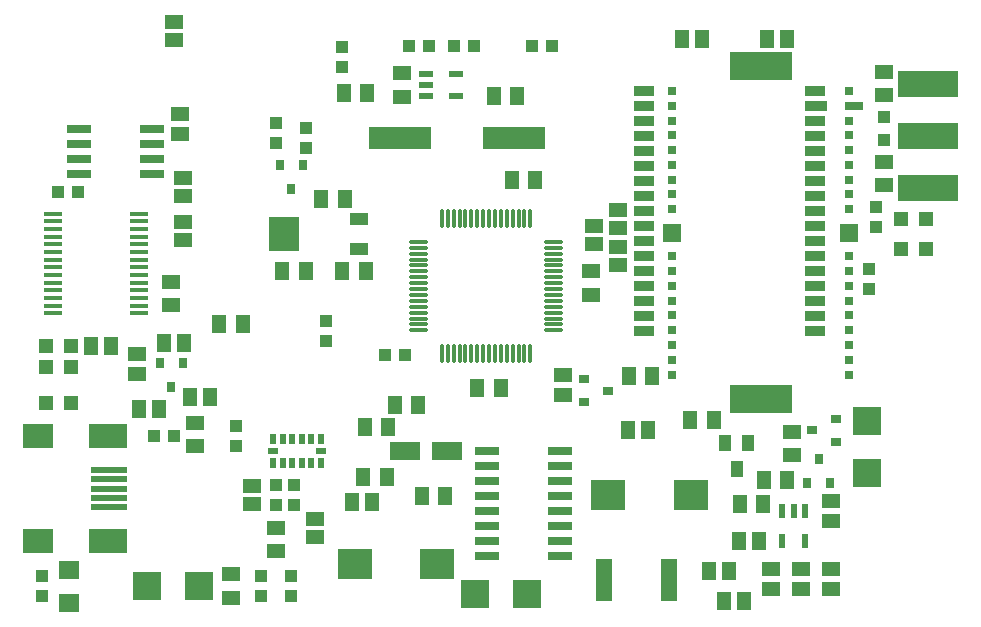
<source format=gtp>
G75*
G70*
%OFA0B0*%
%FSLAX24Y24*%
%IPPOS*%
%LPD*%
%AMOC8*
5,1,8,0,0,1.08239X$1,22.5*
%
%ADD10C,0.0118*%
%ADD11R,0.0945X0.0945*%
%ADD12R,0.0550X0.1400*%
%ADD13R,0.0512X0.0630*%
%ADD14R,0.0660X0.0320*%
%ADD15R,0.0760X0.0320*%
%ADD16R,0.0472X0.0472*%
%ADD17R,0.0630X0.0460*%
%ADD18R,0.0630X0.0512*%
%ADD19R,0.0433X0.0394*%
%ADD20R,0.0394X0.0394*%
%ADD21R,0.0512X0.0591*%
%ADD22R,0.0394X0.0433*%
%ADD23R,0.0472X0.0217*%
%ADD24R,0.0315X0.0315*%
%ADD25R,0.0591X0.0591*%
%ADD26R,0.0630X0.0315*%
%ADD27R,0.2087X0.0945*%
%ADD28R,0.0310X0.0350*%
%ADD29R,0.0709X0.0630*%
%ADD30R,0.0591X0.0157*%
%ADD31R,0.0591X0.0512*%
%ADD32R,0.0984X0.0787*%
%ADD33R,0.1299X0.0787*%
%ADD34R,0.1220X0.0197*%
%ADD35R,0.0800X0.0260*%
%ADD36R,0.0217X0.0472*%
%ADD37R,0.0350X0.0310*%
%ADD38R,0.2000X0.0900*%
%ADD39R,0.0394X0.0551*%
%ADD40R,0.1181X0.0984*%
%ADD41R,0.1024X0.0630*%
%ADD42R,0.0630X0.0394*%
%ADD43R,0.0984X0.1181*%
%ADD44R,0.2100X0.0760*%
%ADD45R,0.0236X0.0354*%
%ADD46R,0.0354X0.0236*%
D10*
X017794Y010965D02*
X017794Y011457D01*
X017991Y011457D02*
X017991Y010965D01*
X018188Y010965D02*
X018188Y011457D01*
X018385Y011457D02*
X018385Y010965D01*
X018582Y010965D02*
X018582Y011457D01*
X018778Y011457D02*
X018778Y010965D01*
X018975Y010965D02*
X018975Y011457D01*
X019172Y011457D02*
X019172Y010965D01*
X019369Y010965D02*
X019369Y011457D01*
X019566Y011457D02*
X019566Y010965D01*
X019763Y010965D02*
X019763Y011457D01*
X019960Y011457D02*
X019960Y010965D01*
X020156Y010965D02*
X020156Y011457D01*
X020353Y011457D02*
X020353Y010965D01*
X020550Y010965D02*
X020550Y011457D01*
X020747Y011457D02*
X020747Y010965D01*
X021269Y011979D02*
X021761Y011979D01*
X021761Y012176D02*
X021269Y012176D01*
X021269Y012373D02*
X021761Y012373D01*
X021761Y012570D02*
X021269Y012570D01*
X021269Y012766D02*
X021761Y012766D01*
X021761Y012963D02*
X021269Y012963D01*
X021269Y013160D02*
X021761Y013160D01*
X021761Y013357D02*
X021269Y013357D01*
X021269Y013554D02*
X021761Y013554D01*
X021761Y013751D02*
X021269Y013751D01*
X021269Y013947D02*
X021761Y013947D01*
X021761Y014144D02*
X021269Y014144D01*
X021269Y014341D02*
X021761Y014341D01*
X021761Y014538D02*
X021269Y014538D01*
X021269Y014735D02*
X021761Y014735D01*
X021761Y014932D02*
X021269Y014932D01*
X020747Y015453D02*
X020747Y015945D01*
X020550Y015945D02*
X020550Y015453D01*
X020353Y015453D02*
X020353Y015945D01*
X020156Y015945D02*
X020156Y015453D01*
X019960Y015453D02*
X019960Y015945D01*
X019763Y015945D02*
X019763Y015453D01*
X019566Y015453D02*
X019566Y015945D01*
X019369Y015945D02*
X019369Y015453D01*
X019172Y015453D02*
X019172Y015945D01*
X018975Y015945D02*
X018975Y015453D01*
X018778Y015453D02*
X018778Y015945D01*
X018582Y015945D02*
X018582Y015453D01*
X018385Y015453D02*
X018385Y015945D01*
X018188Y015945D02*
X018188Y015453D01*
X017991Y015453D02*
X017991Y015945D01*
X017794Y015945D02*
X017794Y015453D01*
X017272Y014932D02*
X016780Y014932D01*
X016780Y014735D02*
X017272Y014735D01*
X017272Y014538D02*
X016780Y014538D01*
X016780Y014341D02*
X017272Y014341D01*
X017272Y014144D02*
X016780Y014144D01*
X016780Y013947D02*
X017272Y013947D01*
X017272Y013751D02*
X016780Y013751D01*
X016780Y013554D02*
X017272Y013554D01*
X017272Y013357D02*
X016780Y013357D01*
X016780Y013160D02*
X017272Y013160D01*
X017272Y012963D02*
X016780Y012963D01*
X016780Y012766D02*
X017272Y012766D01*
X017272Y012570D02*
X016780Y012570D01*
X016780Y012373D02*
X017272Y012373D01*
X017272Y012176D02*
X016780Y012176D01*
X016780Y011979D02*
X017272Y011979D01*
D11*
X009687Y003455D03*
X007954Y003455D03*
X018904Y003205D03*
X020637Y003205D03*
X031971Y007239D03*
X031971Y008971D03*
D12*
X025351Y003655D03*
X023191Y003655D03*
D13*
X027747Y006205D03*
X028495Y006205D03*
X028547Y007005D03*
X029295Y007005D03*
X026864Y009005D03*
X026077Y009005D03*
X024814Y010455D03*
X024027Y010455D03*
X019764Y010055D03*
X018977Y010055D03*
X017014Y009505D03*
X016227Y009505D03*
X016014Y008755D03*
X015227Y008755D03*
X015177Y007105D03*
X015964Y007105D03*
X017127Y006455D03*
X017914Y006455D03*
X011164Y012205D03*
X010377Y012205D03*
X012477Y013955D03*
X013264Y013955D03*
X014477Y013955D03*
X015264Y013955D03*
X014564Y016355D03*
X013777Y016355D03*
X014527Y019905D03*
X015314Y019905D03*
X019527Y019805D03*
X020314Y019805D03*
X020127Y017005D03*
X020914Y017005D03*
D14*
X024521Y016955D03*
X024521Y016455D03*
X024521Y015955D03*
X024521Y015455D03*
X024521Y014955D03*
X024521Y014455D03*
X024521Y013955D03*
X024521Y013455D03*
X024521Y012955D03*
X024521Y012455D03*
X024521Y011955D03*
X030221Y011955D03*
X030221Y012455D03*
X030221Y012955D03*
X030221Y013455D03*
X030221Y013955D03*
X030221Y014455D03*
X030221Y014955D03*
X030221Y015455D03*
X030221Y015955D03*
X030221Y016455D03*
X030221Y016955D03*
X030221Y017455D03*
X030221Y017955D03*
X030221Y018455D03*
X030221Y018955D03*
X030221Y019955D03*
X024521Y019955D03*
X024521Y019455D03*
X024521Y018955D03*
X024521Y018455D03*
X024521Y017955D03*
X024521Y017455D03*
D15*
X030271Y019455D03*
D16*
X033107Y015705D03*
X033934Y015705D03*
X033934Y014705D03*
X033107Y014705D03*
X005434Y011455D03*
X004607Y011455D03*
X004607Y010755D03*
X005434Y010755D03*
X005434Y009555D03*
X004607Y009555D03*
D17*
X011471Y006805D03*
X011471Y006205D03*
X013571Y005705D03*
X013571Y005105D03*
X023671Y014155D03*
X023671Y014755D03*
X022871Y014855D03*
X022871Y015455D03*
X023671Y015405D03*
X023671Y016005D03*
X009171Y015605D03*
X009171Y015005D03*
X009171Y016455D03*
X009171Y017055D03*
X008871Y021655D03*
X008871Y022255D03*
D18*
X016471Y020549D03*
X016471Y019762D03*
X022771Y013949D03*
X022771Y013162D03*
X029471Y008579D03*
X029471Y007831D03*
X032521Y016812D03*
X032521Y017599D03*
X032521Y019812D03*
X032521Y020599D03*
X009571Y008899D03*
X009571Y008112D03*
X012271Y005399D03*
X012271Y004612D03*
X010771Y003849D03*
X010771Y003062D03*
X008771Y012812D03*
X008771Y013599D03*
D19*
X004471Y003121D03*
X004471Y003790D03*
X010921Y008121D03*
X010921Y008790D03*
X012271Y006840D03*
X012871Y006840D03*
X012871Y006171D03*
X012271Y006171D03*
X012771Y003790D03*
X011771Y003790D03*
X011771Y003121D03*
X012771Y003121D03*
X013921Y011621D03*
X013921Y012290D03*
X013271Y018071D03*
X013271Y018740D03*
X012271Y018890D03*
X012271Y018221D03*
X014471Y020771D03*
X014471Y021440D03*
X032271Y016090D03*
X032271Y015421D03*
X032021Y014040D03*
X032021Y013371D03*
D20*
X032521Y018312D03*
X032521Y019099D03*
D21*
X029305Y021705D03*
X028636Y021705D03*
X026455Y021705D03*
X025786Y021705D03*
X009205Y011555D03*
X008536Y011555D03*
X006755Y011455D03*
X006086Y011455D03*
X007686Y009355D03*
X008355Y009355D03*
X009386Y009755D03*
X010055Y009755D03*
X014786Y006255D03*
X015455Y006255D03*
X023986Y008655D03*
X024655Y008655D03*
X027686Y004955D03*
X028355Y004955D03*
X027355Y003955D03*
X026686Y003955D03*
X027186Y002955D03*
X027855Y002955D03*
D22*
X016555Y011155D03*
X015886Y011155D03*
X008855Y008455D03*
X008186Y008455D03*
X005655Y016605D03*
X004986Y016605D03*
X016686Y021455D03*
X017355Y021455D03*
X018186Y021455D03*
X018855Y021455D03*
X020786Y021455D03*
X021455Y021455D03*
D23*
X018282Y020529D03*
X018282Y019781D03*
X017259Y019781D03*
X017259Y020155D03*
X017259Y020529D03*
D24*
X025471Y019955D03*
X025471Y019463D03*
X025471Y018971D03*
X025471Y018479D03*
X025471Y017987D03*
X025471Y017495D03*
X025471Y017003D03*
X025471Y016510D03*
X025471Y016018D03*
X025471Y014444D03*
X025471Y013951D03*
X025471Y013459D03*
X025471Y012967D03*
X025471Y012475D03*
X025471Y011983D03*
X025471Y011491D03*
X025471Y010999D03*
X025471Y010507D03*
X031376Y010507D03*
X031376Y010999D03*
X031376Y011491D03*
X031376Y011983D03*
X031376Y012475D03*
X031376Y012967D03*
X031376Y013459D03*
X031376Y013951D03*
X031376Y014444D03*
X031376Y016018D03*
X031376Y016510D03*
X031376Y017003D03*
X031376Y017495D03*
X031376Y017987D03*
X031376Y018479D03*
X031376Y018971D03*
X031376Y019955D03*
D25*
X031376Y015231D03*
X025471Y015231D03*
D26*
X031534Y019463D03*
D27*
X028423Y020782D03*
X028423Y009680D03*
D28*
X030361Y007705D03*
X030741Y006905D03*
X029981Y006905D03*
X013161Y017505D03*
X012401Y017505D03*
X012781Y016705D03*
X009161Y010905D03*
X008401Y010905D03*
X008781Y010105D03*
D29*
X005371Y004007D03*
X005371Y002904D03*
D30*
X004843Y012542D03*
X004843Y012798D03*
X004843Y013054D03*
X004843Y013310D03*
X004843Y013566D03*
X004843Y013821D03*
X004843Y014077D03*
X004843Y014333D03*
X004843Y014589D03*
X004843Y014845D03*
X004843Y015101D03*
X004843Y015357D03*
X004843Y015613D03*
X004843Y015869D03*
X007698Y015869D03*
X007698Y015613D03*
X007698Y015357D03*
X007698Y015101D03*
X007698Y014845D03*
X007698Y014589D03*
X007698Y014333D03*
X007698Y014077D03*
X007698Y013821D03*
X007698Y013566D03*
X007698Y013310D03*
X007698Y013054D03*
X007698Y012798D03*
X007698Y012542D03*
D31*
X007621Y011190D03*
X007621Y010521D03*
X009071Y018521D03*
X009071Y019190D03*
X021821Y010490D03*
X021821Y009821D03*
X030771Y006290D03*
X030771Y005621D03*
X030771Y004040D03*
X030771Y003371D03*
X029771Y003371D03*
X029771Y004040D03*
X028771Y004040D03*
X028771Y003371D03*
D32*
X004339Y004953D03*
X004339Y008457D03*
D33*
X006662Y008457D03*
X006662Y004953D03*
D34*
X006702Y006075D03*
X006702Y006390D03*
X006702Y006705D03*
X006702Y007020D03*
X006702Y007335D03*
D35*
X019311Y007455D03*
X019311Y006955D03*
X019311Y006455D03*
X019311Y005955D03*
X019311Y005455D03*
X019311Y004955D03*
X019311Y004455D03*
X021731Y004455D03*
X021731Y004955D03*
X021731Y005455D03*
X021731Y005955D03*
X021731Y006455D03*
X021731Y006955D03*
X021731Y007455D03*
X021731Y007955D03*
X019311Y007955D03*
X008131Y017205D03*
X008131Y017705D03*
X008131Y018205D03*
X008131Y018705D03*
X005711Y018705D03*
X005711Y018205D03*
X005711Y017705D03*
X005711Y017205D03*
D36*
X029147Y005967D03*
X029521Y005967D03*
X029895Y005967D03*
X029895Y004944D03*
X029147Y004944D03*
D37*
X030921Y008265D03*
X030121Y008645D03*
X030921Y009025D03*
X023321Y009965D03*
X022521Y009585D03*
X022521Y010345D03*
D38*
X034011Y016715D03*
X034011Y018455D03*
X034011Y020195D03*
D39*
X027995Y008238D03*
X027247Y008238D03*
X027621Y007372D03*
D40*
X026099Y006505D03*
X023343Y006505D03*
X017649Y004205D03*
X014893Y004205D03*
D41*
X016562Y007955D03*
X017979Y007955D03*
D42*
X015021Y014705D03*
X015021Y015705D03*
D43*
X012521Y015205D03*
D44*
X016391Y018385D03*
X020191Y018385D03*
D45*
X013758Y008349D03*
X013443Y008349D03*
X013128Y008349D03*
X012813Y008349D03*
X012498Y008349D03*
X012183Y008349D03*
X012183Y007562D03*
X012498Y007562D03*
X012813Y007562D03*
X013128Y007562D03*
X013443Y007562D03*
X013758Y007562D03*
D46*
X013758Y007955D03*
X012183Y007955D03*
M02*

</source>
